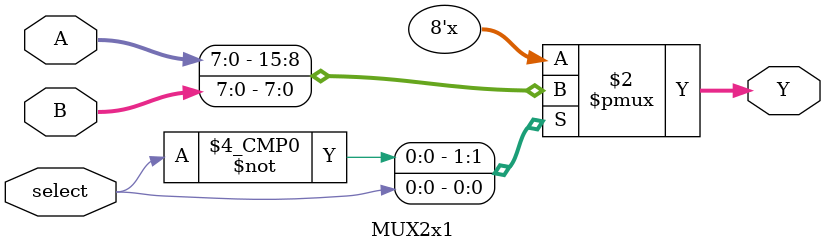
<source format=v>
module MUX2x1 #(parameter SIZE = 8, parameter selectSIZE = 1) (input [SIZE-1:0] A, input [SIZE-1:0] B, input [selectSIZE-1:0] select, output reg [SIZE-1:0] Y);
    always @(*) begin
        case (select)
            0: Y = A;
            1: Y = B;
            default: Y = A;
        endcase
    end
endmodule
</source>
